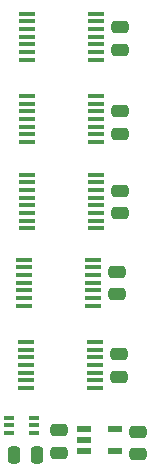
<source format=gtp>
%TF.GenerationSoftware,KiCad,Pcbnew,9.0.2*%
%TF.CreationDate,2025-06-20T13:53:53+02:00*%
%TF.ProjectId,Device Decode stage B,44657669-6365-4204-9465-636f64652073,V0*%
%TF.SameCoordinates,Original*%
%TF.FileFunction,Paste,Top*%
%TF.FilePolarity,Positive*%
%FSLAX46Y46*%
G04 Gerber Fmt 4.6, Leading zero omitted, Abs format (unit mm)*
G04 Created by KiCad (PCBNEW 9.0.2) date 2025-06-20 13:53:53*
%MOMM*%
%LPD*%
G01*
G04 APERTURE LIST*
G04 Aperture macros list*
%AMRoundRect*
0 Rectangle with rounded corners*
0 $1 Rounding radius*
0 $2 $3 $4 $5 $6 $7 $8 $9 X,Y pos of 4 corners*
0 Add a 4 corners polygon primitive as box body*
4,1,4,$2,$3,$4,$5,$6,$7,$8,$9,$2,$3,0*
0 Add four circle primitives for the rounded corners*
1,1,$1+$1,$2,$3*
1,1,$1+$1,$4,$5*
1,1,$1+$1,$6,$7*
1,1,$1+$1,$8,$9*
0 Add four rect primitives between the rounded corners*
20,1,$1+$1,$2,$3,$4,$5,0*
20,1,$1+$1,$4,$5,$6,$7,0*
20,1,$1+$1,$6,$7,$8,$9,0*
20,1,$1+$1,$8,$9,$2,$3,0*%
G04 Aperture macros list end*
%ADD10RoundRect,0.250000X0.475000X-0.250000X0.475000X0.250000X-0.475000X0.250000X-0.475000X-0.250000X0*%
%ADD11R,1.150000X0.600000*%
%ADD12R,1.475000X0.450000*%
%ADD13RoundRect,0.250000X-0.475000X0.250000X-0.475000X-0.250000X0.475000X-0.250000X0.475000X0.250000X0*%
%ADD14R,1.450000X0.450000*%
%ADD15RoundRect,0.250000X0.250000X0.475000X-0.250000X0.475000X-0.250000X-0.475000X0.250000X-0.475000X0*%
%ADD16R,0.875000X0.450000*%
G04 APERTURE END LIST*
D10*
%TO.C,C10*%
X6350000Y-38907000D03*
X6350000Y-37007000D03*
%TD*%
D11*
%TO.C,IC1*%
X8479000Y-36896000D03*
X8479000Y-37846000D03*
X8479000Y-38796000D03*
X11079000Y-38796000D03*
X11079000Y-36896000D03*
%TD*%
D12*
%TO.C,IC16*%
X3666000Y-1733000D03*
X3666000Y-2383000D03*
X3666000Y-3033000D03*
X3666000Y-3683000D03*
X3666000Y-4333000D03*
X3666000Y-4983000D03*
X3666000Y-5633000D03*
X9542000Y-5633000D03*
X9542000Y-4983000D03*
X9542000Y-4333000D03*
X9542000Y-3683000D03*
X9542000Y-3033000D03*
X9542000Y-2383000D03*
X9542000Y-1733000D03*
%TD*%
%TO.C,IC3*%
X3649000Y-8718000D03*
X3649000Y-9368000D03*
X3649000Y-10018000D03*
X3649000Y-10668000D03*
X3649000Y-11318000D03*
X3649000Y-11968000D03*
X3649000Y-12618000D03*
X9525000Y-12618000D03*
X9525000Y-11968000D03*
X9525000Y-11318000D03*
X9525000Y-10668000D03*
X9525000Y-10018000D03*
X9525000Y-9368000D03*
X9525000Y-8718000D03*
%TD*%
D13*
%TO.C,C4*%
X11557000Y-16719000D03*
X11557000Y-18619000D03*
%TD*%
D14*
%TO.C,IC2*%
X3679000Y-15378000D03*
X3679000Y-16028000D03*
X3679000Y-16678000D03*
X3679000Y-17328000D03*
X3679000Y-17978000D03*
X3679000Y-18628000D03*
X3679000Y-19278000D03*
X3679000Y-19928000D03*
X9529000Y-19928000D03*
X9529000Y-19278000D03*
X9529000Y-18628000D03*
X9529000Y-17978000D03*
X9529000Y-17328000D03*
X9529000Y-16678000D03*
X9529000Y-16028000D03*
X9529000Y-15378000D03*
%TD*%
D13*
%TO.C,C5*%
X11557000Y-9988000D03*
X11557000Y-11888000D03*
%TD*%
%TO.C,C2*%
X11303000Y-23577000D03*
X11303000Y-25477000D03*
%TD*%
D10*
%TO.C,C11*%
X13081000Y-39034000D03*
X13081000Y-37134000D03*
%TD*%
D15*
%TO.C,C3*%
X4490000Y-39116000D03*
X2590000Y-39116000D03*
%TD*%
D16*
%TO.C,IC4*%
X2116000Y-35958000D03*
X2116000Y-36608000D03*
X2116000Y-37258000D03*
X4240000Y-37258000D03*
X4240000Y-36608000D03*
X4240000Y-35958000D03*
%TD*%
D13*
%TO.C,C1*%
X11531600Y-2876000D03*
X11531600Y-4776000D03*
%TD*%
%TO.C,C9*%
X11430000Y-30562000D03*
X11430000Y-32462000D03*
%TD*%
D12*
%TO.C,IC5*%
X3539000Y-29546000D03*
X3539000Y-30196000D03*
X3539000Y-30846000D03*
X3539000Y-31496000D03*
X3539000Y-32146000D03*
X3539000Y-32796000D03*
X3539000Y-33446000D03*
X9415000Y-33446000D03*
X9415000Y-32796000D03*
X9415000Y-32146000D03*
X9415000Y-31496000D03*
X9415000Y-30846000D03*
X9415000Y-30196000D03*
X9415000Y-29546000D03*
%TD*%
%TO.C,IC6*%
X3412000Y-22561000D03*
X3412000Y-23211000D03*
X3412000Y-23861000D03*
X3412000Y-24511000D03*
X3412000Y-25161000D03*
X3412000Y-25811000D03*
X3412000Y-26461000D03*
X9288000Y-26461000D03*
X9288000Y-25811000D03*
X9288000Y-25161000D03*
X9288000Y-24511000D03*
X9288000Y-23861000D03*
X9288000Y-23211000D03*
X9288000Y-22561000D03*
%TD*%
M02*

</source>
